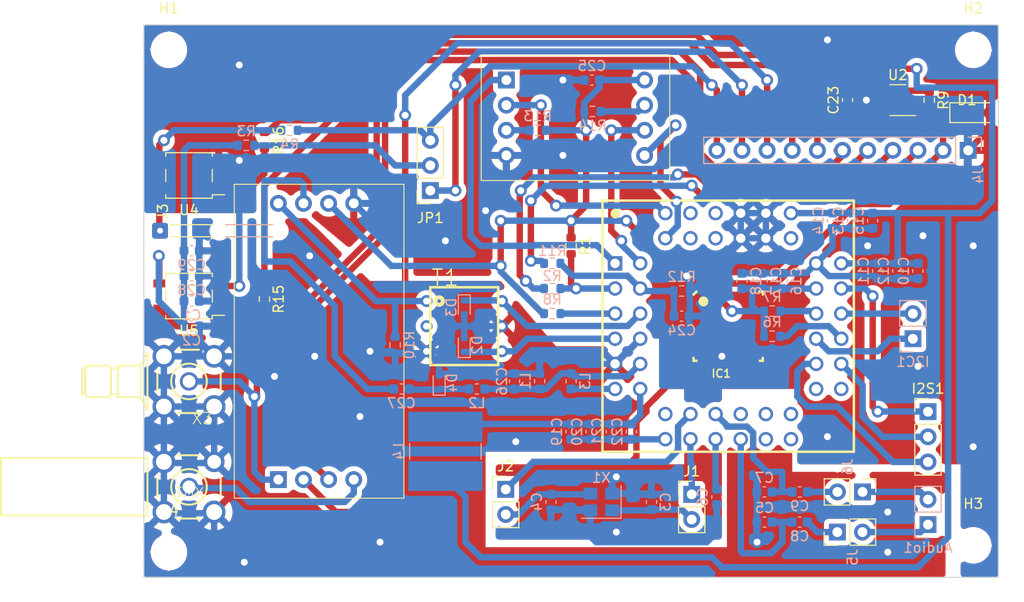
<source format=kicad_pcb>
(kicad_pcb (version 20221018) (generator pcbnew)
  (layers (0 "F.Cu" signal) (31 "B.Cu" signal) (34 "B.Paste" user) (35 "F.Paste" user) (36 "B.SilkS" user "B.Silkscreen") (37 "F.SilkS" user "F.Silkscreen") (38 "B.Mask" user) (39 "F.Mask" user) (44 "Edge.Cuts" user))
  (net 0 "")
  (net 1 "Net-(Audio1-Pin_1)")
  (net 2 "Net-(Audio1-Pin_2)")
  (net 3 "Net-(JP1-C)")
  (net 4 "GNDA")
  (net 5 "GNDD")
  (net 6 "/Audio_R")
  (net 7 "Net-(IC1-DACREF)")
  (net 8 "/Audio_L")
  (net 9 "Net-(J5-Pin_1)")
  (net 10 "Net-(J6-Pin_2)")
  (net 11 "+1V8")
  (net 13 "Net-(IC1-DBYP)")
  (net 14 "+3V3")
  (net 15 "/VA")
  (net 16 "Net-(IC1-ABYP)")
  (net 17 "Net-(IC1-~{RSTB})")
  (net 25 "Net-(IC1-VHFI)")
  (net 26 "/DAB{slash}FM_capacitor")
  (net 27 "Net-(D4-A1)")
  (net 28 "/AMLOOPP")
  (net 29 "/AMLOOPN")
  (net 30 "/I2C_SCL")
  (net 31 "/I2C_SDA")
  (net 32 "/SDOUT")
  (net 33 "/SCLK")
  (net 34 "/LRCLK")
  (net 35 "/NVCS")
  (net 37 "/NVCLK")
  (net 38 "/~{si468x_INTERRUPT}")
  (net 39 "/SMODE=1->i2c")
  (net 40 "Net-(IC1-VHFSW)")
  (net 45 "Net-(IC1-XTALI)")
  (net 46 "Net-(IC1-XTALO)")
  (net 47 "/I2C_A1")
  (net 48 "/I2C_A0")
  (net 49 "/NVSO")
  (net 50 "/NVSI")
  (net 51 "Net-(J1-Pin_2)")
  (net 52 "Net-(J2-Pin_2)")
  (net 53 "Net-(J3-Pin_1)")
  (net 54 "+5VA")
  (net 55 "+12VA")
  (net 56 "Net-(U2-EN)")
  (net 57 "/AM_TRANSFORMET")
  (net 58 "/~{si468x_RESET}")
  (net 59 "Net-(U3-~{WP})")
  (net 60 "Net-(U3-~{HOLD})")
  (net 61 "/si468x_DAB_ANT_PS")
  (net 62 "Net-(R15-Pad2)")
  (net 63 "/si468x_FM{slash}AM_ANT_PS")
  (net 64 "Net-(R16-Pad2)")
  (net 65 "/DAB_SMB")
  (net 66 "/si468x_switchFM")
  (net 67 "/si468x_switchDAB{slash}AM")
  (net 68 "/AM{slash}FM_FAKRA")
  (net 70 "Net-(IC1-~{INTB})")
  (net 71 "Net-(R4-Pad1)")
  (net 72 "Net-(C1-Pad1)")
  (footprint "Connector_PinSocket_2.54mm:PinSocket_1x03_P2.54mm_Vertical" (layer "F.Cu") (at 110.236 95.504 180)
    (fp_text reference "JP1")
    (fp_text value "Jumper_3_Open")
  )
  (footprint "Resistor_SMD:R_0603_1608Metric" (layer "F.Cu") (at 93.472 106.489 -90)
    (fp_text reference "R15")
    (fp_text value "330")
  )
  (footprint "si468xSymbols:BU-SMB-B" (layer "F.Cu") (at 85.852 114.808 180)
    (fp_text reference "X3")
    (fp_text value "BU-SMB-B")
  )
  (footprint "Connector_PinHeader_2.54mm:PinHeader_1x02_P2.54mm_Vertical" (layer "F.Cu") (at 153.916 125.984 -90)
    (fp_text reference "J6")
    (fp_text value "Conn_01x02_Pin")
  )
  (footprint "Package_TO_SOT_SMD:SOT-23-5" (layer "F.Cu") (at 157.48 86.36 180)
    (fp_text reference "U2")
    (fp_text value "AP2204K-1.8")
  )
  (footprint "Resistor_SMD:R_0603_1608Metric" (layer "F.Cu") (at 160.655 86.36 -90)
    (fp_text reference "R9")
    (fp_text value "10k")
  )
  (footprint "si468xSymbols:RF_switch_BreakoutBoard" (layer "F.Cu") (at 98.044 109.474 90)
    (fp_text reference "U1" hide)
    (fp_text value "RF switch brekout" hide)
  )
  (footprint "si468xSymbols:BU-SMB-Fakra" (layer "F.Cu") (at 85.852 125.476 180)
    (fp_text reference "XW1")
    (fp_text value "BU-SMB-Fakra")
  )
  (footprint "si468xSymbols:COILCRAFT-SWBXXXX-PCL" (layer "F.Cu") (at 113.665 109.22)
    (fp_text reference "T1")
    (fp_text value "SWB2010-PCL")
  )
  (footprint "Resistor_SMD:R_0603_1608Metric" (layer "F.Cu") (at 93.472 90.424 -90)
    (fp_text reference "R16")
    (fp_text value "330")
  )
  (footprint "Package_SO:SO-4_4.4x4.3mm_P2.54mm" (layer "F.Cu") (at 85.852 93.98 180)
    (fp_text reference "U4")
    (fp_text value "AB30S")
  )
  (footprint "Connector_PinHeader_2.54mm:PinHeader_1x02_P2.54mm_Vertical" (layer "F.Cu") (at 117.856 125.725)
    (fp_text reference "J2")
    (fp_text value "Conn_01x02_Pin")
  )
  (footprint "Capacitor_SMD:C_0603_1608Metric" (layer "F.Cu") (at 152.4 86.36 90)
    (fp_text reference "C23")
    (fp_text value "2.2uF")
  )
  (footprint "Connector_Wire:SolderWire-0.1sqmm_1x01_D0.4mm_OD1mm_Relief2x" (layer "F.Cu") (at 82.925 99.568 90)
    (fp_text reference "J3")
    (fp_text value "Conn_01x01_Socket")
  )
  (footprint "Connector_PinHeader_2.54mm:PinHeader_1x02_P2.54mm_Vertical" (layer "F.Cu") (at 151.366 130.048 90)
    (fp_text reference "J5")
    (fp_text value "Conn_01x02_Pin")
  )
  (footprint "MountingHole:MountingHole_3.2mm_M3" (layer "F.Cu") (at 83.82 81.28)
    (fp_text reference "H1")
    (fp_text value "MountingHole")
  )
  (footprint "Connector_PinHeader_2.54mm:PinHeader_1x02_P2.54mm_Vertical" (layer "F.Cu") (at 136.652 126.233)
    (fp_text reference "J1")
    (fp_text value "Conn_01x02_Pin")
  )
  (footprint "Diode_SMD:D_SOD-123" (layer "F.Cu") (at 165.1 87.63)
    (fp_text reference "D1")
    (fp_text value "3V9")
  )
  (footprint "Connector_PinHeader_2.54mm:PinHeader_1x03_P2.54mm_Vertical" (layer "F.Cu") (at 160.528 117.871)
    (fp_text reference "I2S1")
    (fp_text value "Conn_01x03")
  )
  (footprint "MountingHole:MountingHole_3.2mm_M3" (layer "F.Cu") (at 83.82 132.08)
    (fp_text reference "H4")
    (fp_text value "MountingHole")
  )
  (footprint "si468xSymbols:sst25vf016b BreakoutBoard" (layer "F.Cu") (at 124.27 88.138)
    (fp_text reference "U3" hide)
    (fp_text value "SSt25VF016B" hide)
  )
  (footprint "MountingHole:MountingHole_3.2mm_M3" (layer "F.Cu") (at 165.1 131.385)
    (fp_text reference "H3")
    (fp_text value "MountingHole")
  )
  (footprint "Package_SO:SO-4_4.4x4.3mm_P2.54mm" (layer "F.Cu") (at 85.852 106.172 180)
    (fp_text reference "U5")
    (fp_text value "AB30S")
  )
  (footprint "MountingHole:MountingHole_3.2mm_M3" (layer "F.Cu") (at 165.1 81.28)
    (fp_text reference "H2")
    (fp_text value "MountingHole")
  )
  (footprint "Resistor_SMD:R_0603_1608Metric" (layer "F.Cu") (at 124.46 101.092 -90)
    (fp_text reference "R1")
    (fp_text value "100k")
  )
  (footprint "si468x:QFN48-BREAKOUT" (layer "F.Cu") (at 140.335 109.22)
    (fp_text reference "IC1")
    (fp_text value "SI468x")
  )
  (footprint "Capacitor_SMD:C_0603_1608Metric" (layer "B.Cu") (at 122.428 127 -90)
    (fp_text reference "C4")
    (fp_text value "n.b.")
  )
  (footprint "Capacitor_SMD:C_0603_1608Metric" (layer "B.Cu") (at 145.796 104.648 90)
    (fp_text reference "C16")
    (fp_text value "1uF")
  )
  (footprint "Capacitor_SMD:C_0603_1608Metric" (layer "B.Cu") (at 155.448 103.632 -90)
    (fp_text reference "C11")
    (fp_text value "2.2nF")
  )
  (footprint "Resistor_SMD:R_0603_1608Metric" (layer "B.Cu") (at 106.68 111.125 90)
    (fp_text reference "R10")
    (fp_text value "49.9")
  )
  (footprint "Capacitor_SMD:C_0603_1608Metric" (layer "B.Cu") (at 150.876 98.552 -90)
    (fp_text reference "C14")
    (fp_text value "2.2nF")
  )
  (footprint "Capacitor_SMD:C_0603_1608Metric" (layer "B.Cu") (at 139.192 126.492 -90)
    (fp_text reference "C6")
    (fp_text value "1uF")
  )
  (footprint "Capacitor_SMD:C_0603_1608Metric" (layer "B.Cu") (at 86.119 101.6)
    (fp_text reference "C29")
    (fp_text value "8.2pF")
  )
  (footprint "Connector_PinHeader_2.54mm:PinHeader_1x02_P2.54mm_Vertical" (layer "B.Cu") (at 160.528 129.291)
    (fp_text reference "Audio1")
    (fp_text value "Conn_01x02")
  )
  (footprint "Inductor_SMD:L_0603_1608Metric" (layer "B.Cu") (at 121.285 114.7825 -90)
    (fp_text reference "L1")
    (fp_text value "120nH")
  )
  (footprint "Capacitor_SMD:C_0603_1608Metric" (layer "B.Cu") (at 144.005 129.032 180)
    (fp_text reference "C5")
    (fp_text value "8.2pF")
  )
  (footprint "Capacitor_SMD:C_0603_1608Metric" (layer "B.Cu") (at 86.119 106.68)
    (fp_text reference "C1")
    (fp_text value "100nF")
  )
  (footprint "Capacitor_SMD:C_0603_1608Metric" (layer "B.Cu") (at 147.561 129.032)
    (fp_text reference "C8")
    (fp_text value "1uF")
  )
  (footprint "Capacitor_SMD:C_0603_1608Metric" (layer "B.Cu") (at 154.94 98.552 -90)
    (fp_text reference "C15")
    (fp_text value "8.2pF")
  )
  (footprint "Resistor_SMD:R_0603_1608Metric" (layer "B.Cu") (at 122.555 105.41)
    (fp_text reference "R2")
    (fp_text value "10k")
  )
  (footprint "Capacitor_SMD:C_0603_1608Metric" (layer "B.Cu") (at 157.48 103.632 -90)
    (fp_text reference "C12")
    (fp_text value "8.2pF")
  )
  (footprint "Capacitor_SMD:C_0603_1608Metric" (layer "B.Cu") (at 135.636 108.204)
    (fp_text reference "C24")
    (fp_text value "100nF")
  )
  (footprint "Capacitor_SMD:C_0603_1608Metric" (layer "B.Cu") (at 130.556 119.888 -90)
    (fp_text reference "C22")
    (fp_text value "100nF")
  )
  (footprint "Capacitor_SMD:C_0603_1608Metric" (layer "B.Cu") (at 86.119 104.14)
    (fp_text reference "C28")
    (fp_text value "2.2nF")
  )
  (footprint "Capacitor_SMD:C_0603_1608Metric" (layer "B.Cu") (at 118.745 114.795 90)
    (fp_text reference "C26")
    (fp_text value "2.7pF")
  )
  (footprint "Resistor_SMD:R_0603_1608Metric" (layer "B.Cu") (at 121.095 89.408 180)
    (fp_text reference "R13")
    (fp_text value "10k")
  )
  (footprint "Resistor_SMD:R_0603_1608Metric" (layer "B.Cu") (at 126.62 87.503)
    (fp_text reference "R14")
    (fp_text value "10k")
  )
  (footprint "Capacitor_SMD:C_0603_1608Metric" (layer "B.Cu") (at 152.908 98.552 -90)
    (fp_text reference "C13")
    (fp_text value "1uF")
  )
  (footprint "Resistor_SMD:R_0603_1608Metric" (layer "B.Cu") (at 96.012 89.408)
    (fp_text reference "R4")
    (fp_text value "160")
  )
  (footprint "Capacitor_SMD:C_0603_1608Metric" (layer "B.Cu") (at 124.46 119.888 -90)
    (fp_text reference "C19")
    (fp_text value "1uF")
  )
  (footprint "Diode_SMD:D_SOD-523" (layer "B.Cu") (at 111.125 114.935 90)
    (fp_text reference "D4")
    (fp_text value "ESD5Z5.0T1G")
  )
  (footprint "Connector_PinHeader_2.54mm:PinHeader_1x02_P2.54mm_Vertical" (layer "B.Cu") (at 159.004 110.495)
    (fp_text reference "I2C1")
    (fp_text value "Conn_01x02_Pin")
  )
  (footprint "Inductor_SMD:L_Ferrocore_DLG-0703" (layer "B.Cu") (at 111.76 121.88 -90)
    (fp_text reference "L4")
    (fp_text value "82uH")
  )
  (footprint "Resistor_SMD:R_0603_1608Metric" (layer "B.Cu") (at 135.636 105.664 180)
    (fp_text reference "R12")
    (fp_text value "100k")
  )
  (footprint "Capacitor_SMD:C_0603_1608Metric" (layer "B.Cu") (at 141.732 104.648 90)
    (fp_text reference "C18")
    (fp_text value "8.2pF")
  )
  (footprint "Capacitor_SMD:C_0603_1608Metric" (layer "B.Cu") (at 128.524 119.888 -90)
    (fp_text reference "C21")
    (fp_text value "8.2pF")
  )
  (footprint "Inductor_SMD:L_0603_1608Metric" (layer "B.Cu") (at 124.46 114.7825 90)
    (fp_text reference "L3")
    (fp_text value "22nH")
  )
  (footprint "Capacitor_SMD:C_0603_1608Metric" (layer "B.Cu") (at 86.119 109.22)
    (fp_text reference "C2")
    (fp_text value "1uF")
  )
  (footprint "Capacitor_SMD:C_0603_1608Metric" (layer "B.Cu") (at 147.561 125.984)
    (fp_text reference "C9")
    (fp_text value "1uF")
  )
  (footprint "Capacitor_SMD:C_0603_1608Metric" (layer "B.Cu") (at 126.57 84.328 180)
    (fp_text reference "C25")
    (fp_text value "100nF")
  )
  (footprint "Resistor_SMD:R_0603_1608Metric" (layer "B.Cu") (at 144.78 107.696 180)
    (fp_text reference "R7")
    (fp_text value "10k")
  )
  (footprint "Capacitor_SMD:C_0603_1608Metric" (layer "B.Cu") (at 159.512 103.632 -90)
    (fp_text reference "C10")
    (fp_text value "1uF")
  )
  (footprint "Diode_SMD:D_SOD-523" (layer "B.Cu") (at 113.665 107.315 -90)
    (fp_text reference "D3")
    (fp_text value "ESD5Z5.0T1G")
  )
  (footprint "Capacitor_SMD:C_0603_1608Metric" (layer "B.Cu") (at 107.315 115.57)
    (fp_text reference "C27")
    (fp_text value "33pF")
  )
  (footprint "Capacitor_SMD:C_0603_1608Metric" (layer "B.Cu") (at 132.588 127 90)
    (fp_text reference "C3")
    (fp_text value "n.b.")
  )
  (footprint "Capacitor_SMD:C_0603_1608Metric" (layer "B.Cu") (at 144.005 125.984 180)
    (fp_text reference "C7")
    (fp_text value "8.2pF")
  )
  (footprint "Capacitor_SMD:C_0603_1608Metric" (layer "B.Cu") (at 126.492 119.888 -90)
    (fp_text reference "C20")
    (fp_text value "2.2nF")
  )
  (footprint "Resistor_SMD:R_0603_1608Metric" (layer "B.Cu") (at 144.78 110.236 180)
    (fp_text reference "R6")
    (fp_text value "10k")
  )
  (footprint "Resistor_SMD:R_0603_1608Metric" (layer "B.Cu") (at 122.555 107.95 180)
    (fp_text reference "R8")
    (fp_text value "10k")
  )
  (footprint "Connector_PinSocket_2.54mm:PinSocket_1x11_P2.54mm_Vertical" (layer "B.Cu") (at 164.592 91.44 90)
    (fp_text reference "J4")
    (fp_text value "Conn_01x11_Pin")
  )
  (footprint "Diode_SMD:D_SOD-523" (layer "B.Cu") (at 113.665 111.125 90)
    (fp_text reference "D2")
    (fp_text value "ESD5Z5.0T1G")
  )
  (footprint "Inductor_SMD:L_0603_1608Metric" (layer "B.Cu") (at 114.935 115.57)
    (fp_text reference "L2")
    (fp_text value "18nH")
  )
  (footprint "Crystal:Crystal_SMD_Abracon_ABM8G-4Pin_3.2x2.5mm" (layer "B.Cu") (at 127.508 127 180)
    (fp_text reference "X1")
    (fp_text value "19.2MHz")
  )
  (footprint "Resistor_SMD:R_0603_1608Metric" (layer "B.Cu") (at 91.631 90.932 180)
    (fp_text reference "R3")
    (fp_text value "160")
  )
  (footprint "Capacitor_SMD:C_0603_1608Metric" (layer "B.Cu") (at 143.764 104.648 90)
    (fp_text reference "C17")
    (fp_text value "2.2nF")
  )
  (footprint "Resistor_SMD:R_0603_1608Metric" (layer "B.Cu") (at 122.555 102.87)
    (fp_text reference "R11")
    (fp_text value "10k")
  )
  (gr_line (start 167.64 134.62) (end 81.28 134.62) (stroke (width 0.1)) (layer "Edge.Cuts"))
  (gr_line (start 81.28 78.74) (end 167.64 78.74) (stroke (width 0.1)) (layer "Edge.Cuts"))
  (gr_line (start 81.28 134.62) (end 81.28 78.74) (stroke (width 0.1)) (layer "Edge.Cuts"))
  (gr_line (start 167.64 78.74) (end 167.64 134.62) (stroke (width 0.1)) (layer "Edge.Cuts"))
  (segment (start 159.771 130.048) (end 160.528 129.291) (width 0.65) (layer "B.Cu") (net 1))
  (segment (start 153.906 130.048) (end 159.771 130.048) (width 0.65) (layer "B.Cu") (net 1))
  (segment (start 159.761 125.984) (end 160.528 126.751) (width 0.65) (layer "B.Cu") (net 2))
  (segment (start 153.916 125.984) (end 159.761 125.984) (width 0.65) (layer "B.Cu") (net 2))
  (segment (start 106.68 92.964) (end 110.236 92.964) (width 0.65) (layer "B.Cu") (net 3))
  (segment (start 104.648 90.932) (end 92.456 90.932) (width 0.65) (layer "B.Cu") (net 3))
  (segment (start 104.648 90.932) (end 106.68 92.964) (width 0.65) (layer "B.Cu") (net 3))
  (segment (start 103.632 112.268) (end 104.14 111.76) (width 0.65) (layer "F.Cu") (net 4))
  (segment (start 107.696 108.204) (end 104.14 111.76) (width 0.65) (layer "F.Cu") (net 4))
  (segment (start 144.272 84.328) (end 144.272 91.44) (width 0.65) (layer "F.Cu") (net 4))
  (segment (start 98.552 112.268) (end 103.632 112.268) (width 0.65) (layer "F.Cu") (net 4))
  (segment (start 141.224 133.096) (end 91.44 133.096) (width 0.65) (layer "F.Cu") (net 4))
  (segment (start 143.256 131.064) (end 141.224 133.096) (width 0.65) (layer "F.Cu") (net 4))
  (segment (start 107.696 87.884) (end 107.696 108.204) (width 0.65) (layer "F.Cu") (net 4))
  (via (at 94.488 114.3) (size 1.2) (drill 0.7) (layers "F.Cu" "B.Cu") (net 4))
  (via (at 144.272 84.328) (size 1.2) (drill 0.7) (layers "F.Cu" "B.Cu") (net 4))
  (via (at 156.464 132.08) (size 1.2) (drill 0.7) (layers "F.Cu" "B.Cu") (net 4))
  (via (at 143.256 131.064) (size 1.2) (drill 0.7) (layers "F.Cu" "B.Cu") (net 4))
  (via (at 104.14 111.76) (size 1.2) (drill 0.7) (layers "F.Cu" "B.Cu") (net 4))
  (via (at 105.156 131.064) (size 1.2) (drill 0.7) (layers "F.Cu" "B.Cu") (net 4))
  (via (at 98.044 102.108) (size 1.2) (drill 0.7) (layers "F.Cu" "B.Cu") (net 4))
  (via (at 103.124 118.364) (size 1.2) (drill 0.7) (layers "F.Cu" "B.Cu") (net 4))
  (via (at 156.464 128.016) (size 1.2) (drill 0.7) (layers "F.Cu" "B.Cu") (net 4))
  (via (at 98.552 112.268) (size 1.2) (drill 0.7) (layers "F.Cu" "B.Cu") (net 4))
  (via (at 107.696 87.884) (size 1.2) (drill 0.7) (layers "F.Cu" "B.Cu") (net 4))
  (via (at 118.872 120.904) (size 1.2) (drill 0.7) (layers "F.Cu" "B.Cu") (net 4))
  (via (at 91.44 133.096) (size 1.2) (drill 0.7) (layers "F.Cu" "B.Cu") (net 4))
  (segment (start 86.894 101.6) (end 86.894 104.14) (width 0.65) (layer "B.Cu") (net 4))
  (segment (start 111.34 114.02) (end 111.125 114.235) (width 0.65) (layer "B.Cu") (net 4))
  (segment (start 121.285 112.395) (end 121.285 113.995) (width 0.65) (layer "B.Cu") (net 4))
  (segment (start 111.125 114.235) (end 111.125 111.76) (width 0.65) (layer "B.Cu") (net 4))
  (segment (start 126.365 112.395) (end 121.285 112.395) (width 0.65) (layer "B.Cu") (net 4))
  (segment (start 113.665 109.22) (end 113.665 110.425) (width 0.65) (layer "B.Cu") (net 4))
  (segment (start 88.392 112.268) (end 86.868 112.268) (width 0.65) (layer "B.Cu") (net 4))
  (segment (start 128.905 113.03) (end 127 113.03) (width 0.65) (layer "B.Cu") (net 4))
  (segment (start 83.312 128.143) (end 88.392 128.143) (width 0.65) (layer "B.Cu") (net 4))
  (segment (start 143.23 129.032) (end 143.23 125.984) (width 0.65) (layer "B.Cu") (net 4))
  (segment (start 107.696 85.852001) (end 107.696 87.884) (width 0.65) (layer "B.Cu") (net 4))
  (segment (start 127 113.03) (end 126.365 112.395) (width 0.65) (layer "B.Cu") (net 4))
  (segment (start 112.935001 80.613) (end 107.696 85.852001) (width 0.65) (layer "B.Cu") (net 4))
  (segment (start 86.894 109.22) (end 86.894 112.242) (width 0.65) (layer "B.Cu") (net 4))
  (segment (start 83.312 117.348) (end 83.312 123.063) (width 0.65) (layer "B.Cu") (net 4))
  (segment (start 109.855 111.76) (end 111.125 111.76) (width 0.65) (layer "B.Cu") (net 4))
  (segment (start 83.312 117.348) (end 88.392 117.348) (width 0.65) (layer "B.Cu") (net 4))
  (segment (start 109.665 111.95) (end 109.855 111.76) (width 0.65) (layer "B.Cu") (net 4))
  (segment (start 86.868 112.268) (end 83.312 112.268) (width 0.65) (layer "B.Cu") (net 4))
  (segment (start 143.23 129.032) (end 143.23 131.038) (width 0.65) (layer "B.Cu") (net 4))
  (segment (start 86.894 112.242) (end 86.868 112.268) (width 0.65) (layer "B.Cu") (net 4))
  (segment (start 111.125 111.76) (end 112.395 110.49) (width 0.65) (layer "B.Cu") (net 4))
  (segment (start 104.14 111.76) (end 106.49 111.76) (width 0.65) (layer "B.Cu") (net 4))
  (segment (start 131.445 110.49) (end 128.905 113.03) (width 0.65) (layer "B.Cu") (net 4))
  (segment (start 121.26 114.02) (end 121.285 113.995) (width 0.65) (layer "B.Cu") (net 4))
  (segment (start 140.557 80.613) (end 144.272 84.328) (width 0.65) (layer "B.Cu") (net 4))
  (segment (start 113.665 108.015) (end 113.665 109.22) (width 0.65) (layer "B.Cu") (net 4))
  (segment (start 88.392 130.048) (end 91.44 133.096) (width 0.65) (layer "B.Cu") (net 4))
  (segment (start 83.312 128.143) (end 83.312 123.063) (width 0.65) (layer "B.Cu") (net 4))
  (segment (start 117.475 109.22) (end 115.57 109.22) (width 0.65) (layer "B.Cu") (net 4))
  (segment (start 112.395 109.22) (end 113.665 109.22) (width 0.65) (layer "B.Cu") (net 4))
  (segment (start 133.445 80.613) (end 112.935001 80.613) (width 0.65) (layer "B.Cu") (net 4))
  (segment (start 112.395 110.49) (end 112.395 109.22) (width 0.65) (layer "B.Cu") (net 4))
  (segment (start 86.894 104.14) (end 86.894 106.68) (width 0.65) (layer "B.Cu") (net 4))
  (segment (start 143.23 131.038) (end 143.256 131.064) (width 0.65) (layer "B.Cu") (net 4))
  (segment (start 88.392 112.268) (end 98.552 112.268) (width 0.65) (layer "B.Cu") (net 4))
  (segment (start 118.745 114.02) (end 111.34 114.02) (width 0.65) (layer "B.Cu") (net 4))
  (segment (start 118.745 114.02) (end 121.26 114.02) (width 0.65) (layer "B.Cu") (net 4))
  (segment (start 133.445 80.613) (end 140.557 80.613) (width 0.65) (layer "B.Cu") (net 4))
  (segment (start 88.392 123.063) (end 83.312 123.063) (width 0.65) (layer "B.Cu") (net 4))
  (segment (start 83.312 117.348) (end 83.312 112.268) (width 0.65) (layer "B.Cu") (net 4))
  (segment (start 88.392 123.063) (end 88.392 117.348) (width 0.65) (layer "B.Cu") (net 4))
  (segment (start 115.57 109.22) (end 113.665 109.22) (width 0.65) (layer "B.Cu") (net 4))
  (segment (start 88.392 128.143) (end 88.392 130.048) (width 0.65) (layer "B.Cu") (net 4))
  (segment (start 106.49 111.76) (end 106.68 111.95) (width 0.65) (layer "B.Cu") (net 4))
  (segment (start 106.68 111.95) (end 109.665 111.95) (width 0.65) (layer "B.Cu") (net 4))
  (segment (start 129.032 124.46) (end 129.032 130.048) (width 0.65) (layer "F.Cu") (net 5))
  (segment (start 115.824 97.536) (end 114.808 97.536) (width 0.65) (layer "F.Cu") (net 5))
  (segment (start 131.064 122.428) (end 129.032 124.46) (width 0.65) (layer "F.Cu") (net 5))
  (segment (start 132.08 117.856) (end 131.064 118.872) (width 0.65) (layer "F.Cu") (net 5))
  (segment (start 90.932 105.156) (end 89.106 105.156) (width 0.65) (layer "F.Cu") (net 5))
  (segment (start 90.678 92.71) (end 90.932 92.456) (width 0.65) (layer "F.Cu") (net 5))
  (segment (start 123.635 91.948008) (end 123.635 84.328) (width 0.65) (layer "F.Cu") (net 5))
  (segment (start 89.106 105.156) (end 88.852 104.902) (width 0.65) (layer "F.Cu") (net 5))
  (segment (start 136.144 104.14) (end 136.144 113.284) (width 0.65) (layer "F.Cu") (net 5))
  (segment (start 164.592 91.44) (end 166.75 89.282) (width 0.65) (layer "F.Cu") (net 5))
  (segment (start 166.75 89.282) (end 166.75 87.63) (width 0.65) (layer "F.Cu") (net 5))
  (segment (start 88.852 92.71) (end 90.678 92.71) (width 0.65) (layer "F.Cu") (net 5))
  (segment (start 114.808 97.536) (end 111.76 100.584) (width 0.65) (layer "F.Cu") (net 5))
  (segment (start 132.08 117.348) (end 132.08 117.856) (width 0.65) (layer "F.Cu") (net 5))
  (segment (start 136.144 113.284) (end 132.08 117.348) (width 0.65) (layer "F.Cu") (net 5))
  (segment (start 152.4 85.585) (end 153.53 85.585) (width 0.65) (layer "F.Cu") (net 5))
  (segment (start 131.064 118.872) (end 131.064 122.428) (width 0.65) (layer "F.Cu") (net 5))
  (segment (start 153.53 85.585) (end 154.305 86.36) (width 0.65) (layer "F.Cu") (net 5))
  (segment (start 158.6175 86.36) (end 154.305 86.36) (width 0.65) (layer "F.Cu") (net 5))
  (via (at 150.368 80.264) (size 1.2) (drill 0.7) (layers "F.Cu" "B.Cu") (net 5))
  (via (at 123.635 91.948008) (size 1.2) (drill 0.7) (layers "F.Cu" "B.Cu") (net 5))
  (via (at 160.02 100.076) (size 1.2) (drill 0.7) (layers "F.Cu" "B.Cu") (net 5))
  (via (at 139.7 112.268) (size 1.2) (drill 0.7) (layers "F.Cu" "B.Cu") (net 5))
  (via (at 165.1 101.092) (size 1.2) (drill 0.7) (layers "F.Cu" "B.Cu") (net 5))
  (via (at 159.512 113.284) (size 1.2) (drill 0.7) (layers "F.Cu" "B.Cu") (net 5))
  (via (at 165.1 121.412) (size 1.2) (drill 0.7) (layers "F.Cu" "B.Cu") (net 5))
  (via (at 136.144 104.14) (size 1.2) (drill 0.7) (layers "F.Cu" "B.Cu") (net 5))
  (via (at 129.032 124.46) (size 1.2) (drill 0.7) (layers "F.Cu" "B.Cu") (net 5))
  (via (at 123.635 84.328) (size 1.2) (drill 0.7) (layers "F.Cu" "B.Cu") (net 5))
  (via (at 150.368 120.396) (size 1.2) (drill 0.7) (layers "F.Cu" "B.Cu") (net 5))
  (via (at 90.932 92.456) (size 1.2) (drill 0.7) (layers "F.Cu" "B.Cu") (net 5))
  (via (at 129.032 130.048) (size 1.2) (drill 0.7) (layers "F.Cu" "B.Cu") (net 5))
  (via (at 111.76 100.584) (size 1.2) (drill 0.7) (layers "F.Cu" "B.Cu") (net 5))
  (via (at 90.932 105.156) (size 1.2) (drill 0.7) (layers "F.Cu" "B.Cu") (net 5))
  (via (at 115.824 97.536) (size 1.2) (drill 0.7) (layers "F.Cu" "B.Cu") (net 5))
  (via (at 154.432 101.092) (size 1.2) (drill 0.7) (layers "F.Cu" "B.Cu") (net 5))
  (via (at 90.932 82.804) (size 1.2) (drill 0.7) (layers "F.Cu" "B.Cu") (net 5))
  (via (at 154.305 86.36) (size 1.2) (drill 0.7) (layers "F.Cu" "B.Cu") (net 5))
  (segment (start 117.92 95.44) (end 115.824 97.536) (width 0.65) (layer "B.Cu") (net 5))
  (segment (start 127 131.064) (end 126.408 130.472) (width 0.65) (layer "B.Cu") (net 5))
  (segment (start 123.635 91.948008) (end 125.009992 93.323) (width 0.65) (layer "B.Cu") (net 5))
  (segment (start 141.605 100.711) (end 141.605 100.33) (width 0.65) (layer "B.Cu") (net 5))
  (segment (start 141.605 97.79) (end 144.145 97.79) (width 0.65) (layer "B.Cu") (net 5))
  (segment (start 129.032 130.048) (end 129.032 131.064) (width 0.65) (layer "B.Cu") (net 5))
  (segment (start 122.428 127.775) (end 126.333 127.775) (width 0.65) (layer "B.Cu") (net 5))
  (segment (start 139.192 130.048) (end 138.176 131.064) (width 0.65) (layer "B.Cu") (net 5))
  (segment (start 154.305 86.36) (end 154.305 88.9) (width 0.65) (layer "B.Cu") (net 5))
  (segment (start 126.333 127.775) (end 126.408 127.85) (width 0.65) (layer "B.Cu") (net 5))
  (segment (start 141.605 97.79) (end 141.605 100.33) (width 0.65) (layer "B.Cu") (net 5))
  (segment (start 139.192 127.267) (end 139.192 130.048) (width 0.65) (layer "B.Cu") (net 5))
  (segment (start 128.608 124.884) (end 129.032 124.46) (width 0.65) (layer "B.Cu") (net 5))
  (segment (start 117.92 91.948) (end 123.634992 91.948) (width 0.65) (layer "B.Cu") (net 5))
  (segment (start 111.76 100.584) (end 106.284 100.584) (width 0.65) (layer "B.Cu") (net 5))
  (segment (start 100.584 92.456) (end 90.932 92.456) (width 0.65) (layer "B.Cu") (net 5))
  (segment (start 123.634992 91.948) (end 123.635 91.948008) (width 0.65) (layer "B.Cu") (net 5))
  (segment (start 117.92 91.948) (end 117.92 95.44) (width 0.65) (layer "B.Cu") (net 5))
  (segment (start 125.795 84.328) (end 123.635 84.328) (width 0.65) (layer "B.Cu") (net 5))
  (segment (start 136.144 104.14) (end 138.176 104.14) (width 0.65) (layer "B.Cu") (net 5))
  (segment (start 138.176 131.064) (end 129.032 131.064) (width 0.65) (layer "B.Cu") (net 5))
  (segment (start 138.43 94.615) (end 141.605 97.79) (width 0.65) (layer "B.Cu") (net 5))
  (segment (start 164.465 89.535) (end 164.465 94.615) (width 0.65) (layer "B.Cu") (net 5))
  (segment (start 164.465 94.615) (end 138.43 94.615) (width 0.65) (layer "B.Cu") (net 5))
  (segment (start 133.449836 92.746) (end 136.561 92.746) (width 0.65) (layer "B.Cu") (net 5))
  (segment (start 136.652 105.664) (end 138.176 104.14) (width 0.65) (layer "B.Cu") (net 5))
  (segment (start 126.408 129.456) (end 126.408 127.85) (width 0.65) (layer "B.Cu") (net 5))
  (segment (start 136.461 108.154) (end 136.411 108.204) (width 0.65) (layer "B.Cu") (net 5))
  (segment (start 106.284 100.584) (end 102.499 96.799) (width 0.65) (layer "B.Cu") (net 5))
  (segment (start 132.513 126.15) (end 132.588 126.225) (width 0.65) (layer "B.Cu") (net 5))
  (segment (start 154.305 88.9) (end 163.83 88.9) (width 0.65) (layer "B.Cu") (net 5))
  (segment (start 163.83 88.9) (end 164.465 89.535) (width 0.65) (layer "B.Cu") (net 5))
  (segment (start 136.561 92.746) (end 138.43 94.615) (width 0.65) (layer "B.Cu") (net 5))
  (segment (start 128.608 126.15) (end 128.608 124.884) (width 0.65) (layer "B.Cu") (net 5))
  (segment (start 141.605 100.33) (end 144.145 100.33) (width 0.65) (layer "B.Cu") (net 5))
  (segment (start 128.608 126.15) (end 132.513 126.15) (width 0.65) (layer "B.Cu") (net 5))
  (segment (start 129.032 131.064) (end 127 131.064) (width 0.65) (layer "B.Cu") (net 5))
  (segment (start 132.872836 93.323) (end 133.449836 92.746) (width 0.65) (layer "B.Cu") (net 5))
  (segment (start 138.176 104.14) (end 141.605 100.711) (width 0.65) (layer "B.Cu") (net 5))
  (segment (start 125.009992 93.323) (end 132.872836 93.323) (width 0.65) (layer "B.Cu") (net 5))
  (segment (start 136.461 105.664) (end 136.461 108.154) (width 0.65) (layer "B.Cu") (net 5))
  (segment (start 126.408 130.472) (end 126.408 129.456) (width 0.65) (layer "B.Cu") (net 5))
  (segment (start 102.499 96.799) (end 102.499 94.371) (width 0.65) (layer "B.Cu") (net 5))
  (segment (start 144.145 100.33) (end 144.145 97.79) (width 0.65) (layer "B.Cu") (net 5))
  (segment (start 136.461 105.664) (end 136.652 105.664) (width 0.65) (layer "B.Cu") (net 5))
  (segment (start 90.932 92.456) (end 90.932 105.156) (width 0.65) (layer "B.Cu") (net 5))
  (segment (start 102.499 94.371) (end 100.584 92.456) (width 0.65) (layer "B.Cu") (net 5))
  (segment (start 145.796 131.064) (end 145.796 129.032) (width 0.65) (layer "B.Cu") (net 6))
  (segment (start 141.605 131.953) (end 141.841 132.189) (width 0.65) (layer "B.Cu") (net 6))
  (segment (start 141.605 120.65) (end 141.605 131.953) (width 0.65) (layer "B.Cu") (net 6))
  (segment (start 144.671 132.189) (end 145.796 131.064) (width 0.65) (layer "B.Cu") (net 6))
  (segment (start 141.841 132.189) (end 144.671 132.189) (width 0.65) (layer "B.Cu") (net 6))
  (segment (start 146.786 129.032) (end 145.796 129.032) (width 0.65) (layer "B.Cu") (net 6))
  (segment (start 145.796 129.032) (end 144.78 129.032) (width 0.65) (layer "B.Cu") (net 6))
  (segment (start 139.065 120.65) (end 139.065 125.59) (width 0.65) (layer "B.Cu") (net 7))
  (segment (start 139.065 125.59) (end 139.192 125.717) (width 0.65) (layer "B.Cu") (net 7))
  (segment (start 142.859 122.539) (end 144.272 123.952) (width 0.65) (layer "B.Cu") (net 8))
  (segment (start 145.796 125.984) (end 146.786 125.984) (width 0.65) (layer "B.Cu") (net 8))
  (segment (start 145.796 123.952) (end 145.796 125.984) (width 0.65) (layer "B.Cu") (net 8))
  (segment (start 144.272 123.952) (end 145.796 123.952) (width 0.65) (layer "B.Cu") (net 8))
  (segment (start 144.78 125.984) (end 145.796 125.984) (width 0.65) (layer "B.Cu") (net 8))
  (segment (start 142.859 119.999) (end 142.859 122.539) (width 0.65) (layer "B.Cu") (net 8))
  (segment (start 142.24 119.38) (end 142.859 119.999) (width 0.65) (layer "B.Cu") (net 8))
  (segment (start 139.065 118.11) (end 140.208 119.253) (width 0.65) (layer "B.Cu") (net 8))
  (segment (start 140.208 119.253) (end 140.208 119.38) (width 0.65) (layer "B.Cu") (net 8))
  (segment (start 140.208 119.38) (end 142.24 119.38) (width 0.65) (layer "B.Cu") (net 8))
  (segment (start 149.352 130.048) (end 151.366 130.048) (width 0.65) (layer "B.Cu") (net 9))
  (segment (start 148.336 129.032) (end 149.352 130.048) (width 0.65) (layer "B.Cu") (net 9))
  (segment (start 148.336 125.984) (end 151.376 125.984) (width 0.65) (layer "B.Cu") (net 10))
  (segment (start 152.4 87.63) (end 152.4 88.265) (width 0.65) (layer "F.Cu") (net 11))
  (segment (start 151.765 86.995) (end 151.13 86.995) (width 0.65) (layer "F.Cu") (net 11))
  (segment (start 151.13 86.995) (end 151.13 83.185) (width 0.65) (layer "F.Cu") (net 11))
  (segment (start 152.4 87.135) (end 152.4 87.63) (width 0.65) (layer "F.Cu") (net 11))
  (segment (start 156.21 88.265) (end 156.21 87.4425) (width 0.65) (layer "F.Cu") (net 11))
  (segment (start 156.21 87.4425) (end 156.3425 87.31) (width 0.65) (layer "F.Cu") (net 11))
  (segment (start 152.4 87.63) (end 151.765 86.995) (width 0.65) (layer "F.Cu") (net 11))
  (segment (start 151.13 83.185) (end 159.385 83.185) (width 0.65) (layer "F.Cu") (net 11))
  (segment (start 152.4 88.265) (end 156.21 88.265) (width 0.65) (layer "F.Cu") (net 11))
  (via (at 159.385 83.185) (size 1.2) (drill 0.7) (layers "F.Cu" "B.Cu") (net 11))
  (segment (start 167.005 85.09) (end 159.385 85.09) (width 0.65) (layer "B.Cu") (net 11))
  (segment (start 146.685 97.79) (end 148.844 97.79) (width 0.65) (layer "B.Cu") (net 11))
  (segment (start 159.499 102.87) (end 159.512 102.857) (width 0.65) (layer "B.Cu") (net 11))
  (segment (start 167.005 96.52) (end 167.005 85.09) (width 0.65) (layer "B.Cu") (net 11))
  (segment (start 154.927 97.79) (end 154.94 97.777) (width 0.65) (layer "B.Cu") (net 11))
  (segment (start 148.857 97.777) (end 148.844 97.79) (width 0.65) (layer "B.Cu") (net 11))
  (segment (start 154.94 97.777) (end 152.908 97.777) (width 0.65) (layer "B.Cu") (net 11))
  (segment (start 113.792 126.492) (end 111.76 124.46) (width 0.65) (layer "B.Cu") (net 11))
  (segment (start 113.792 131.064) (end 113.792 126.492) (width 0.65) (layer "B.Cu") (net 11))
  (segment (start 138.684 132.588) (end 115.316 132.588) (width 0.65) (layer "B.Cu") (net 11))
  (segment (start 150.876 97.777) (end 148.857 97.777) (width 0.65) (layer "B.Cu") (net 11))
  (segment (start 157.48 97.79) (end 162.56 97.79) (width 0.65) (layer "B.Cu") (net 11))
  (segment (start 111.76 124.46) (end 111.76 124.38) (width 0.65) (layer "B.Cu") (net 11))
  (segment (start 139.7 133.604) (end 138.684 132.588) (width 0.65) (layer "B.Cu") (net 11))
  (segment (start 151.765 102.87) (end 159.499 102.87) (width 0.65) (layer "B.Cu") (net 11))
  (segment (start 159.385 85.09) (end 159.385 83.185) (width 0.65) (layer "B.Cu") (net 11))
  (segment (start 157.467 97.777) (end 157.48 97.79) (width 0.65) (layer "B.Cu") (net 11))
  (segment (start 154.94 97.777) (end 157.467 97.777) (width 0.65) (layer "B.Cu") (net 11))
  (segment (start 162.56 97.79) (end 162.56 130.556) (width 0.65) (layer "B.Cu") (net 11))
  (segment (start 162.56 97.79) (end 165.735 97.79) (width 0.65) (layer "B.Cu") (net 11))
  (segment (start 152.908 97.777) (end 150.876 97.777) (width 0.65) (layer "B.Cu") (net 11))
  (segment (start 115.316 132.588) (end 113.792 131.064) (width 0.65) (layer "B.Cu") (net 11))
  (segment (start 162.56 130.556) (end 159.512 133.604) (width 0.65) (layer "B.Cu") (net 11))
  (segment (start 165.735 97.79) (end 167.005 96.52) (width 0.65) (layer "B.Cu") (net 11))
  (segment (start 157.48 102.857) (end 157.48 97.79) (width 0.65) (layer "B.Cu") (net 11))
  (segment (start 159.512 133.604) (end 139.7 133.604) (width 0.65) (layer "B.Cu") (net 11))
  (segment (start 155.448 104.407) (end 155.197 104.156) (width 0.65) (layer "B.Cu") (net 13))
  (segment (start 141.732 103.873) (end 143.764 103.873) (width 0.65) (layer "B.Cu") (net 13))
  (segment (start 145.796 103.873) (end 148.222 103.873) (width 0.65) (layer "B.Cu") (net 13))
  (segment (start 150.876 99.327) (end 154.94 99.327) (width 0.65) (layer "B.Cu") (net 13))
  (segment (start 149.225 102.87) (end 150.876 101.219) (width 0.65) (layer "B.Cu") (net 13))
  (segment (start 148.222 103.873) (end 149.225 102.87) (width 0.65) (layer "B.Cu") (net 13))
  (segment (start 143.764 103.873) (end 145.796 103.873) (width 0.65) (layer "B.Cu") (net 13))
  (segment (start 150.511 104.156) (end 149.225 102.87) (width 0.65) (layer "B.Cu") (net 13))
  (segment (start 155.197 104.156) (end 150.511 104.156) (width 0.65) (layer "B.Cu") (net 13))
  (segment (start 150.876 101.219) (end 150.876 99.327) (width 0.65) (layer "B.Cu") (net 13))
  (segment (start 159.512 104.407) (end 155.448 104.407) (width 0.65) (layer "B.Cu") (net 13))
  (segment (start 153.251372 96.870004) (end 156.621996 96.870004) (width 0.65) (layer "F.Cu") (net 14))
  (segment (start 117.348 102.108) (end 117.348 98.552) (width 0.65) (layer "F.Cu") (net 14))
  (segment (start 125.984 97.028) (end 125.984 93.472) (width 0.65) (layer "F.Cu") (net 14))
  (segment (start 124.46 98.552) (end 125.984 97.028) (width 0.65) (layer "F.Cu") (net 14))
  (segment (start 162.052 89.028) (end 163.45 87.63) (width 0.65) (layer "F.Cu") (net 14))
  (segment (start 163.13 87.31) (end 163.45 87.63) (width 0.65) (layer "F.Cu") (net 14))
  (segment (start 124.46 100.267) (end 124.46 98.552) (width 0.65) (layer "F.Cu") (net 14))
  (segment (start 138.684 102.616) (end 134.112 102.616) (width 0.65) (layer "F.Cu") (net 14))
  (segment (start 117.348 102.108) (end 117.348 103.124) (width 0.65) (layer "F.Cu") (net 14))
  (segment (start 139.192 106.172) (end 139.192 104.902) (width 0.65) (layer "F.Cu") (net 14))
  (segment (start 140.716 107.696) (end 139.192 106.172) (width 0.65) (layer "F.Cu") (net 14))
  (segment (start 156.621996 96.870004) (end 162.052 91.44) (width 0.65) (layer "F.Cu") (net 14))
  (segment (start 139.192 104.902) (end 139.192 103.124) (width 0.65) (layer "F.Cu") (net 14))
  (segment (start 145.219376 104.902) (end 153.251372 96.870004) (width 0.65) (layer "F.Cu") (net 14))
  (segment (start 158.6175 87.31) (end 163.13 87.31) (width 0.65) (layer "F.Cu") (net 14))
  (segment (start 139.192 104.902) (end 145.219376 104.902) (width 0.65) (layer "F.Cu") (net 14))
  (segment (start 162.052 91.44) (end 162.052 89.028) (width 0.65) (layer "F.Cu") (net 14))
  (segment (start 139.192 103.124) (end 138.684 102.616) (width 0.65) (layer "F.Cu") (net 14))
  (segment (start 134.112 102.616) (end 130.048 98.552) (width 0.65) (layer "F.Cu") (net 14))
  (segment (start 125.984 93.472) (end 125.984 89.408) (width 0.65) (layer "F.Cu") (net 14))
  (via (at 125.984 89.408) (size 1.2) (drill 0.7) (layers "F.Cu" "B.Cu") (net 14))
  (via (at 124.46 98.552) (size 1.2) (drill 0.7) (layers "F.Cu" "B.Cu") (net 14))
  (via (at 117.348 103.124) (size 1.2) (drill 0.7) (layers "F.Cu" "B.Cu") (net 14))
  (via (at 140.716 107.696) (size 1.2) (drill 0.7) (layers "F.Cu" "B.Cu") (net 14))
  (via (at 117.348 98.552) (size 1.2) (drill 0.7) (layers "F.Cu" "B.Cu") (net 14))
  (via (at 130.048 98.552) (size 1.2) (drill 0.7) (layers "F.Cu" "B.Cu") (net 14))
  (segment (start 106.284 103.124) (end 117.348 103.124) (width 0.65) (layer "B.Cu") (net 14))
  (segment (start 149.212 105.423) (end 149.225 105.41) (width 0.65) (layer "B.Cu") (net 14))
  (segment (start 125.795 86.613) (end 127.345 85.063) (width 0.65) (layer "B.Cu") (net 14))
  (segment (start 141.732 105.423) (end 142.748 105.423) (width 0.65) (layer "B.Cu") (net 14))
  (segment (start 127.345 85.063) (end 127.345 84.328) (width 0.65) (layer "B.Cu") (net 14))
  (segment (start 143.955 107.696) (end 143.256 107.696) (width 0.65) (layer "B.Cu") (net 14))
  (segment (start 125.795 87.503) (end 125.795 89.219) (width 0.65) (layer "B.Cu") (net 14))
  (segment (start 117.348 103.698991) (end 121.599009 107.95) (width 0.65) (layer "B.Cu") (net 14))
  (segment (start 143.764 105.423) (end 145.796 105.423) (width 0.65) (layer "B.Cu") (net 14))
  (segment (start 143.256 107.696) (end 142.748 107.188) (width 0.65) (layer "B.Cu") (net 14))
  (segment (start 130.048 98.552) (end 117.348 98.552) (width 0.65) (layer "B.Cu") (net 14))
  (segment (start 121.599009 107.95) (end 121.73 107.95) (width 0.65) (layer "B.Cu") (net 14))
  (segment (start 125.795 87.503) (end 125.795 86.613) (width 0.65) (layer "B.Cu") (net 14))
  (segment (start 125.795 89.219) (end 125.984 89.408) (width 0.65) (layer "B.Cu") (net 14))
  (segment (start 131.89 84.328) (end 127.345 84.328) (width 0.65) (layer "B.Cu") (net 14))
  (segment (start 142.748 107.188) (end 142.748 105.423) (width 0.65) (layer "B.Cu") (net 14))
  (segment (start 143.955 110.236) (end 143.955 109.22) (width 0.65) (layer "B.Cu") (net 14))
  (segment (start 117.348 103.124) (end 117.348 103.698991) (width 0.65) (layer "B.Cu") (net 14))
  (segment (start 99.959 96.799) (end 106.284 103.124) (width 0.65) (layer "B.Cu") (net 14))
  (segment (start 145.796 105.423) (end 149.212 105.423) (width 0.65) (layer "B.Cu") (net 14))
  (segment (start 143.955 109.22) (end 143.955 107.696) (width 0.65) (layer "B.Cu") (net 14))
  (segment (start 142.748 105.423) (end 143.764 105.423) (width 0.65) (layer "B.Cu") (net 14))
  (segment (start 121.92 89.408) (end 125.984 89.408) (width 0.65) (layer "B.Cu") (net 14))
  (segment (start 140.716 107.696) (end 143.256 107.696) (width 0.65) (layer "B.Cu") (net 14))
  (segment (start 124.46 119.113) (end 130.556 119.113) (width 0.65) (layer "B.Cu") (net 15))
  (segment (start 124.326 118.979) (end 124.46 119.113) (width 0.65) (layer "B.Cu") (net 15))
  (segment (start 130.556 119.113) (end 131.445 118.224) (width 0.65) (layer "B.Cu") (net 15))
  (segment (start 124.46 119.113) (end 112.027 119.113) (width 0.65) (layer "B.Cu") (net 15))
  (segment (start 131.445 118.224) (end 131.445 115.57) (width 0.65) (layer "B.Cu") (net 15))
  (segment (start 112.027 119.113) (end 111.76 119.38) (width 0.65) (layer "B.Cu") (net 15))
  (segment (start 130.556 120.663) (end 133.972 120.663) (width 0.65) (layer "B.Cu") (net 16))
  (segment (start 124.46 120.663) (end 130.556 120.663) (width 0.65) (layer "B.Cu") (net 16))
  (segment (start 133.972 120.663) (end 133.985 120.65) (width 0.65) (layer "B.Cu") (net 16))
  (segment (start 130.159 104.124) (end 131.445 105.41) (width 0.65) (layer "B.Cu") (net 17))
  (segment (start 124.634 104.124) (end 130.159 104.124) (width 0.65) (layer "B.Cu") (net 17))
  (segment (start 123.38 102.87) (end 124.634 104.124) (width 0.65) (layer "B.Cu") (net 17))
  (segment (start 134.811 105.664) (end 131.699 105.664) (width 0.65) (layer "B.Cu") (net 17))
  (segment (start 134.861 105.714) (end 134.811 105.664) (width 0.65) (layer "B.Cu") (net 17))
  (segment (start 134.861 108.204) (end 134.861 105.714) (width 0.65) (layer "B.Cu") (net 17))
  (segment (start 131.699 105.664) (end 131.445 105.41) (width 0.65) (layer "B.Cu") (net 17))
  (segment (start 121.285 115.57) (end 121.92 115.57) (width 0.65) (layer "B.Cu") (net 25))
  (segment (start 124.46 113.995) (end 124.749 114.284) (width 0.65) (layer "B.Cu") (net 25))
  (segment (start 123.495 113.995) (end 124.46 113.995) (width 0.65) (layer "B.Cu") (net 25))
  (segment (start 124.749 114.284) (end 130.191 114.284) (width 0.65) (layer "B.Cu") (net 25))
  (segment (start 130.191 114.284) (end 131.445 113.03) (width 0.65) (layer "B.Cu") (net 25))
  (segment (start 121.92 115.57) (end 123.495 113.995) (width 0.65) (layer "B.Cu") (net 25))
  (segment (start 118.745 115.57) (end 115.7225 115.57) (width 0.65) (layer "B.Cu") (net 25))
  (segment (start 121.285 115.57) (end 118.745 115.57) (width 0.65) (layer "B.Cu") (net 25))
  (segment (start 93.472 94.488) (end 93.472 102.682991) (width 0.65) (layer "B.Cu") (net 26))
  (segment (start 93.472 102.682991) (end 96.078991 102.682991) (width 0.65) (layer "B.Cu") (net 26))
  (segment (start 100.584 107.188) (end 100.584 112.268) (width 0.65) (layer "B.Cu") (net 26))
  (segment (start 100.584 112.268) (end 103.886 115.57) (width 0.65) (layer "B.Cu") (net 26))
  (segment (start 97.419 96.799) (end 97.419 94.879) (width 0.65) (layer "B.Cu") (net 26))
  (segment (start 96.078991 102.682991) (end 100.584 107.188) (width 0.65) (layer "B.Cu") (net 26))
  (segment (start 97.419 94.879) (end 97.028 94.488) (width 0.65) (layer "B.Cu") (net 26))
  (segment (start 97.028 94.488) (end 93.472 94.488) (width 0.65) (layer "B.Cu") (net 26))
  (segment (start 103.886 115.57) (end 106.54 115.57) (width 0.65) (layer "B.Cu") (net 26))
  (segment (start 108.09 115.57) (end 108.155 115.635) (width 0.65) (layer "B.Cu") (net 27))
  (segment (start 114.1475 115.57) (end 111.19 115.57) (width 0.65) (layer "B.Cu") (net 27))
  (segment (start 111.19 115.57) (end 111.125 115.635) (width 0.65) (layer "B.Cu") (net 27))
  (segment (start 108.155 115.635) (end 111.125 115.635) (width 0.65) (layer "B.Cu") (net 27))
  (segment (start 113.665 111.825) (end 117.41 111.825) (width 0.65) (layer "B.Cu") (net 28))
  (segment (start 120.015 110.49) (end 118.745 111.76) (width 0.65) (layer "B.Cu") (net 28))
  (segment (start 117.41 111.825) (end 117.475 111.76) (width 0.65) (layer "B.Cu") (net 28))
  (segment (start 128.905 110.49) (end 120.015 110.49) (width 0.65) (layer "B.Cu") (net 28))
  (segment (start 118.745 111.76) (end 117.475 111.76) (width 0.65) (layer "B.Cu") (net 28))
  (segment (start 131.445 107.95) (end 130.191 109.204) (width 0.65) (layer "B.Cu") (net 29))
  (segment (start 119.999 109.204) (end 117.475 106.68) (width 0.65) (layer "B.Cu") (net 29))
  (segment (start 130.191 109.204) (end 119.999 109.204) (width 0.65) (layer "B.Cu") (net 29))
  (segment (start 117.475 106.68) (end 117.41 106.615) (width 0.65) (layer "B.Cu") (net 29))
  (segment (start 117.41 106.615) (end 113.665 106.615) (width 0.65) (layer "B.Cu") (net 29))
  (segment (start 155.448 111.76) (end 156.713 110.495) (width 0.65) (layer "B.Cu") (net 30))
  (segment (start 150.495 111.76) (end 155.448 111.76) (width 0.65) (layer "B.Cu") (net 30))
  (segment (start 149.225 110.49) (end 150.495 111.76) (width 0.65) (layer "B.Cu") (net 30))
  (segment (start 156.713 110.495) (end 159.004 110.495) (width 0.65) (layer "B.Cu") (net 30))
  (segment (start 158.999 107.95) (end 159.004 107.955) (width 0.65) (layer "B.Cu") (net 31))
  (segment (start 151.765 107.95) (end 158.999 107.95) (width 0.65) (layer "B.Cu") (net 31))
  (segment (start 154.94 117.348) (end 155.448 117.856) (width 0.65) (layer "F.Cu") (net 32))
  (segment (start 154.94 106.172) (end 154.94 117.348) (width 0.65) (layer "F.Cu") (net 32))
  (via (at 155.448 117.856) (size 1.2) (drill 0.7) (layers "F.Cu" "B.Cu") (net 32))
  (via (at 154.94 106.172) (size 1.2) (drill 0.7) (layers "F.Cu" "B.Cu") (net 32))
  (segment (start 154.178 105.41) (end 154.94 106.172) (width 0.65) (layer "B.Cu") (net 32))
  (segment (start 155.448 117.856) (end 160.513 117.856) (width 0.65) (layer "B.Cu") (net 32))
  (segment (start 160.513 117.856) (end 160.528 117.871) (width 0.65) (layer "B.Cu") (net 32))
  (segment (start 151.765 105.41) (end 154.178 105.41) (width 0.65) (layer "B.Cu") (net 32))
  (segment (start 153.924 115.189) (end 153.924 118.364) (width 0.65) (layer "B.Cu") (net 33))
  (segment (start 153.924 118.364) (end 155.971 120.411) (width 0.65) (layer "B.Cu") (net 33))
  (segment (start 155.971 120.411) (end 160.528 120.411) (width 0.65) (layer "B.Cu") (net 33))
  (segment (start 151.765 113.03) (end 153.924 115.189) (width 0.65) (layer "B.Cu") (net 33))
  (segment (start 147.32 116.332) (end 147.32 113.792) (width 0.65) (layer "B.Cu") (net 34))
  (segment (start 147.32 113.792) (end 148.082 113.03) (width 0.65) (layer "B.Cu") (net 34))
  (segment (start 148.082 113.03) (end 149.225 113.03) (width 0.65) (layer "B.Cu") (net 34))
  (segment (start 148.336 117.348) (end 147.32 116.332) (width 0.65) (layer "B.Cu") (net 34))
  (segment (start 151.384 117.348) (end 148.336 117.348) (width 0.65) (layer "B.Cu") (net 34))
  (segment (start 156.987 122.951) (end 151.384 117.348) (width 0.65) (layer "B.Cu") (net 34))
  (segment (start 160.528 122.951) (end 156.987 122.951) (width 0.65) (layer "B.Cu") (net 34))
  (segment (start 116.42 84.328) (end 117.92 84.328) (width 0.65) (layer "B.Cu") (net 35))
  (segment (start 114.3 100.076) (end 114.3 86.448) (width 0.65) (layer "B.Cu") (net 35))
  (segment (start 120.718418 101.0285) (end 120.654918 101.092) (width 0.65) (layer "B.Cu") (net 35))
  (segment (start 115.316 101.092) (end 114.3 100.076) (width 0.65) (layer "B.Cu") (net 35))
  (segment (start 114.3 86.448) (end 116.42 84.328) (width 0.65) (layer "B.Cu") (net 35))
  (segment (start 120.654918 101.092) (end 115.316 101.092) (width 0.65) (layer "B.Cu") (net 35))
  (segment (start 127.0635 101.0285) (end 120.718418 101.0285) (width 0.65) (layer "B.Cu") (net 35))
  (segment (start 128.905 102.87) (end 127.0635 101.0285) (width 0.65) (layer "B.Cu") (net 35))
  (segment (start 128.524 89.408) (end 128.524 99.568) (width 0.65) (layer "F.Cu") (net 37))
  (segment (start 128.524 99.568) (end 129.54 100.584) (width 0.65) (layer "F.Cu") (net 37))
  (via (at 129.54 100.584) (size 1.2) (drill 0.7) (layers "F.Cu" "B.Cu") (net 37))
  (via (at 128.524 89.408) (size 1.2) (drill 0.7) (layers "F.Cu" "B.Cu") (net 37))
  (segment (start 129.54 100.584) (end 129.54 100.965) (width 0.65) (layer "B.Cu") (net 37))
  (segment (start 129.54 100.965) (end 131.445 102.87) (width 0.65) (layer "B.Cu") (net 37))
  (segment (start 131.89 89.408) (end 128.524 89.408) (width 0.65) (layer "B.Cu") (net 37))
  (segment (start 135.242709 93.871) (end 137.188248 93.871) (width 0.65) (layer "F.Cu") (net 38))
  (segment (start 153.240998 95.171002) (end 156.972 91.44) (width 0.65) (layer "F.Cu") (net 38))
  (segment (start 137.188248 93.871) (end 138.48825 95.171002) (width 0.65) (layer "F.Cu") (net 38))
  (segment (start 119.271 95.613) (end 119.271 104.031) (width 0.65) (layer "F.Cu") (net 38))
  (segment (start 119.271 104.031) (end 119.888 104.648) (width 0.65) (layer "F.Cu") (net 38))
  (segment (start 119.38 95.504) (end 119.271 95.613) (width 0.65) (layer "F.Cu") (net 38))
  (segment (start 138.48825 95.171002) (end 153.240998 95.171002) (width 0.65) (layer "F.Cu") (net 38))
  (via (at 135.242709 93.871) (size 1.2) (drill 0.7) (layers "F.Cu" "B.Cu") (net 38))
  (via (at 119.38 95.504) (size 1.2) (drill 0.7) (layers "F.Cu" "B.Cu") (net 38))
  (via (at 119.888 104.648) (size 1.2) (drill 0.7) (layers "F.Cu" "B.Cu") (net 38))
  (segment (start 119.38 95.504) (end 120.711 94.173) (width 0.65) (layer "B.Cu") (net 38))
  (segment (start 120.711 94.173) (end 134.940709 94.173) (width 0.65) (layer "B.Cu") (net 38))
  (segment (start 134.940709 94.173) (end 135.242709 93.871) (width 0.65) (layer "B.Cu") (net 38))
  (segment (start 119.888 104.648) (end 120.65 105.41) (width 0.65) (layer "B.Cu") (net 38))
  (segment (start 120.65 105.41) (end 121.73 105.41) (width 0.65) (layer "B.Cu") (net 38))
  (segment (start 128.905 107.95) (end 123.38 107.95) (width 0.65) (layer "B.Cu") (net 39))
  (segment (start 124.46 115.57) (end 128.905 115.57) (width 0.65) (layer "B.Cu") (net 40))
  (segment (start 136.652 123.19) (end 136.652 126.233) (width 0.65) (layer "B.Cu") (net 45))
  (segment (start 136.525 123.063) (end 136.525 120.65) (width 0.65) (layer "B.Cu") (net 45))
  (segment (start 136.525 123.063) (end 136.652 123.19) (width 0.65) (layer "B.Cu") (net 45))
  (segment (start 135.271 121.777) (end 134.112 122.936) (width 0.65) (layer "B.Cu") (net 46))
  (segment (start 135.271 119.364) (end 135.271 121.777) (width 0.65) (layer "B.Cu") (net 46))
  (segment (start 120.645 122.936) (end 134.112 122.936) (width 0.65) (layer "B.Cu") (net 46))
  (segment (start 117.856 125.725) (end 120.645 122.936) (width 0.65) (layer "B.Cu") (net 46))
  (segment (start 136.525 118.11) (end 135.271 119.364) (width 0.65) (layer "B.Cu") (net 46))
  (segment (start 145.605 110.236) (end 146.304 110.236) (width 0.65) (layer "B.Cu") (net 47))
  (segment (start 147.32 109.22) (end 150.495 109.22) (width 0.65) (layer "B.Cu") (net 47))
  (segment (start 150.495 109.22) (end 151.765 110.49) (width 0.65) (layer "B.Cu") (net 47))
  (segment (start 146.304 110.236) (end 147.32 109.22) (width 0.65) (layer "B.Cu") (net 47))
  (segment (start 145.796 107.696) (end 148.971 107.696) (width 0.65) (layer "B.Cu") (net 48))
  (segment (start 148.971 107.696) (end 149.225 107.95) (width 0.65) (layer "B.Cu") (net 48))
  (segment (start 121.412 95.504) (end 121.412 86.868) (width 0.65) (layer "F.Cu") (net 49))
  (segment (start 122.936 97.028) (end 121.412 95.504) (width 0.65) (layer "F.Cu") (net 49))
  (via (at 122.936 97.028) (size 1.2) (drill 0.7) (layers "F.Cu" "B.Cu") (net 49))
  (via (at 121.412 86.868) (size 1.2) (drill 0.7) (layers "F.Cu" "B.Cu") (net 49))
  (segment (start 133.985 97.79) (end 134.055 97.72) (width 0.65) (layer "B.Cu") (net 49))
  (segment (start 117.92 86.868) (end 121.412 86.868) (width 0.65) (layer "B.Cu") (net 49))
  (segment (start 133.223 97.028) (end 122.936 97.028) (width 0.65) (layer "B.Cu") (net 49))
  (segment (start 133.985 97.79) (end 133.223 97.028) (width 0.65) (layer "B.Cu") (net 49))
  (segment (start 135.118891 96.577882) (end 135.118891 96.628964) (width 0.65) (layer "F.Cu") (net 50))
  (segment (start 133.495 90.424) (end 133.495 94.953991) (width 0.65) (layer "F.Cu") (net 50))
  (segment (start 135.019 88.9) (end 133.495 90.424) (width 0.65) (layer "F.Cu") (net 50))
  (segment (start 133.495 94.953991) (end 135.118891 96.577882) (width 0.65) (layer "F.Cu") (net 50))
  (via (at 135.118891 96.628964) (size 1.2) (drill 0.7) (layers "F.Cu" "B.Cu") (net 50))
  (via (at 135.019 88.9) (size 1.2) (drill 0.7) (layers "F.Cu" "B.Cu") (net 50))
  (segment (start 134.938 88.9) (end 135.019 88.9) (width 0.65) (layer "B.Cu") (net 50))
  (segment (start 135.239 99.076) (end 135.239 96.749073) (width 0.65) (layer "B.Cu") (net 50))
  (segment (start 135.239 96.749073) (end 135.118891 96.628964) (width 0.65) (layer "B.Cu") (net 50))
  (segment (start 131.89 91.948) (end 134.938 88.9) (width 0.65) (layer "B.Cu") (net 50))
  (segment (start 133.985 100.33) (end 135.239 99.076) (width 0.65) (layer "B.Cu") (net 50))
  (segment (start 132.513 127.85) (end 132.588 127.775) (width 0.65) (layer "B.Cu") (net 51))
  (segment (start 135.654 127.775) (end 136.652 128.773) (width 0.65) (layer "B.Cu") (net 51))
  (segment (start 128.608 127.85) (end 132.513 127.85) (width 0.65) (layer "B.Cu") (net 51))
  (segment (start 132.588 127.775) (end 135.654 127.775) (width 0.65) (layer "B.Cu") (net 51))
  (segment (start 122.428 126.225) (end 126.333 126.225) (width 0.65) (layer "B.Cu") (net 52))
  (segment (start 121.171 126.225) (end 122.428 126.225) (width 0.65) (layer "B.Cu") (net 52))
  (segment (start 119.131 128.265) (end 121.171 126.225) (width 0.65) (layer "B.Cu") (net 52))
  (segment (start 126.333 126.225) (end 126.408 126.15) (width 0.65) (layer "B.Cu") (net 52))
  (segment (start 117.856 128.265) (end 119.131 128.265) (width 0.65) (layer "B.Cu") (net 52))
  (segment (start 82.852 99.495) (end 82.925 99.568) (width 0.65) (layer "F.Cu") (net 53))
  (segment (start 82.852 95.25) (end 82.852 99.495) (width 0.65) (layer "F.Cu") (net 53))
  (segment (start 112.776 95.504) (end 112.776 84.836) (width 0.65) (layer "F.Cu") (net 54))
  (segment (start 141.732 84.836) (end 141.732 91.44) (width 0.65) (layer "F.Cu") (net 54))
  (via (at 112.776 84.836) (size 1.2) (drill 0.7) (layers "F.Cu" "B.Cu") (net 54))
  (via (at 141.732 84.836) (size 1.2) (drill 0.7) (layers "F.Cu" "B.Cu") (net 54))
  (via (at 112.776 95.504) (size 1.2) (drill 0.7) (layers "F.Cu" "B.Cu") (net 54))
  (segment (start 115.137676 81.463) (end 112.776 83.824676) (width 0.65) (layer "B.Cu") (net 54))
  (segment (start 138.359 81.463) (end 115.137676 81.463) (width 0.65) (layer "B.Cu") (net 54))
  (segment (start 112.776 95.504) (end 110.236 95.504) (width 0.65) (layer "B.Cu") (net 54))
  (segment (start 112.776 83.824676) (end 112.776 84.836) (width 0.65) (layer "B.Cu") (net 54))
  (segment (start 141.732 84.836) (end 138.359 81.463) (width 0.65) (layer "B.Cu") (net 54))
  (segment (start 138.684 84.836) (end 139.192 85.344) (width 0.65) (layer "F.Cu") (net 55))
  (segment (start 139.192 85.344) (end 139.192 91.44) (width 0.65) (layer "F.Cu") (net 55))
  (via (at 138.684 84.836) (size 1.2) (drill 0.7) (layers "F.Cu" "B.Cu") (net 55))
  (segment (start 116.261148 82.946496) (end 110.236 88.971644) (width 0.65) (layer "B.Cu") (net 55))
  (segment (start 109.22 89.408) (end 96.837 89.408) (width 0.65) (layer "B.Cu") (net 55))
  (segment (start 110.236 90.424) (end 109.22 89.408) (width 0.65) (layer "B.Cu") (net 55))
  (segment (start 138.684 84.836) (end 136.794496 82.946496) (width 0.65) (layer "B.Cu") (net 55))
  (segment (start 110.236 88.971644) (end 110.236 90.424) (width 0.65) (layer "B.Cu") (net 55))
  (segment (start 136.794496 82.946496) (end 116.261148 82.946496) (width 0.65) (layer "B.Cu") (net 55))
  (segment (start 160.53 85.41) (end 160.655 85.535) (width 0.65) (layer "F.Cu") (net 56))
  (segment (start 158.6175 85.41) (end 160.53 85.41) (width 0.65) (layer "F.Cu") (net 56))
  (segment (start 94.879 96.799) (end 104.76 106.68) (width 0.65) (layer "B.Cu") (net 57))
  (segment (start 104.76 106.68) (end 106.68 106.68) (width 0.65) (layer "B.Cu") (net 57))
  (segment (start 106.68 106.68) (end 109.855 106.68) (width 0.65) (layer "B.Cu") (net 57))
  (segment (start 106.68 110.3) (end 106.68 106.68) (width 0.65) (layer "B.Cu") (net 57))
  (segment (start 154.931497 96.020503) (end 159.512 91.44) (width 0.65) (layer "F.Cu") (net 58))
  (segment (start 136.652 94.996) (end 137.676503 96.020503) (width 0.65) (layer "F.Cu") (net 58))
  (segment (start 120.396 96.52) (end 120.396 102.616) (width 0.65) (layer "F.Cu") (net 58))
  (segment (start 137.676503 96.020503) (end 154.931497 96.020503) (width 0.65) (layer "F.Cu") (net 58))
  (via (at 120.396 96.52) (size 1.2) (drill 0.7) (layers "F.Cu" "B.Cu") (net 58))
  (via (at 136.652 94.996) (size 1.2) (drill 0.7) (layers "F.Cu" "B.Cu") (net 58))
  (via (at 120.396 102.616) (size 1.2) (drill 0.7) (layers "F.Cu" "B.Cu") (net 58))
  (segment (start 121.476 102.616) (end 121.73 102.87) (width 0.65) (layer "B.Cu") (net 58))
  (segment (start 120.396 102.616) (end 121.476 102.616) (width 0.65) (layer "B.Cu") (net 58))
  (segment (start 121.892999 95.023001) (end 120.396 96.52) (width 0.65) (layer "B.Cu") (net 58))
  (segment (start 136.624999 95.023001) (end 121.892999 95.023001) (width 0.65) (layer "B.Cu") (net 58))
  (segment (start 136.652 94.996) (end 136.624999 95.023001) (width 0.65) (layer "B.Cu") (net 58))
  (segment (start 117.92 89.408) (end 120.27 89.408) (width 0.65) (layer "B.Cu") (net 59))
  (segment (start 131.255 87.503) (end 131.89 86.868) (width 0.65) (layer "B.Cu") (net 60))
  (segment (start 127.445 87.503) (end 131.255 87.503) (width 0.65) (layer "B.Cu") (net 60))
  (segment (start 138.684 82.804) (end 145.796 82.804) (width 0.65) (layer "F.Cu") (net 61))
  (segment (start 136.485501 80.605501) (end 138.684 82.804) (width 0.65) (layer "F.Cu") (net 61))
  (segment (start 145.796 82.804) (end 146.812 83.82) (width 0.65) (layer "F.Cu") (net 61))
  (segment (start 146.812 83.82) (end 146.812 91.44) (width 0.65) (layer "F.Cu") (net 61))
  (segment (start 93.472 94.996) (end 107.862499 80.605501) (width 0.65) (layer "F.Cu") (net 61))
  (segment (start 93.472 105.664) (end 93.472 94.996) (width 0.65) (layer "F.Cu") (net 61))
  (segment (start 107.862499 80.605501) (end 136.485501 80.605501) (width 0.65) (layer "F.Cu") (net 61))
  (segment (start 88.852 107.442) (end 93.344 107.442) (width 0.65) (layer "F.Cu") (net 62))
  (segment (start 93.344 107.442) (end 93.472 107.314) (width 0.65) (layer "F.Cu") (net 62))
  (segment (start 146.812 81.788) (end 149.352 84.328) (width 0.65) (layer "F.Cu") (net 63))
  (segment (start 94.996 88.392) (end 98.552 88.392) (width 0.65) (layer "F.Cu") (net 63))
  (segment (start 93.789 89.599) (end 94.996 88.392) (width 0.65) (layer "F.Cu") (net 63))
  (segment (start 98.552 88.392) (end 107.188 79.756) (width 0.65) (layer "F.Cu") (net 63))
  (segment (start 139.192 81.788) (end 146.812 81.788) (width 0.65) (layer "F.Cu") (net 63))
  (segment (start 107.188 79.756) (end 137.16 79.756) (width 0.65) (layer "F.Cu") (net 63))
  (segment (start 149.352 84.328) (end 149.352 91.44) (width 0.65) (layer "F.Cu") (net 63))
  (segment (start 93.472 89.599) (end 93.789 89.599) (width 0.65) (layer "F.Cu") (net 63))
  (segment (start 137.16 79.756) (end 139.192 81.788) (width 0.65) (layer "F.Cu") (net 63))
  (segment (start 93.472 93.793918) (end 93.472 91.249) (width 0.65) (layer "F.Cu") (net 64))
  (segment (start 92.015918 95.25) (end 93.472 93.793918) (width 0.65) (layer "F.Cu") (net 64))
  (segment (start 88.852 95.25) (end 92.015918 95.25) (width 0.65) (layer "F.Cu") (net 64))
  (segment (start 82.852 107.442) (end 84.63 109.22) (width 0.65) (layer "F.Cu") (net 65))
  (segment (start 84.63 109.22) (end 92.71 109.22) (width 0.65) (layer "F.Cu") (net 65))
  (segment (start 92.71 116.078) (end 92.456 116.332) (width 0.65) (layer "F.Cu") (net 65))
  (segment (start 92.71 109.22) (end 92.71 116.078) (width 0.65) (layer "F.Cu") (net 65))
  (via (at 92.456 116.332) (size 1.2) (drill 0.7) (layers "F.Cu" "B.Cu") (net 65))
  (segment (start 94.996 124.622) (end 94.879 124.739) (width 0.65) (layer "B.Cu") (net 65))
  (segment (start 90.932 114.808) (end 92.456 116.332) (width 0.65) (layer "B.Cu") (net 65))
  (segment (start 92.456 116.332) (end 92.456 123.952) (width 0.65) (layer "B.Cu") (net 65))
  (segment (start 85.852 114.808) (end 90.932 114.808) (width 0.65) (layer "B.Cu") (net 65))
  (segment (start 92.456 123.952) (end 93.243 124.739) (width 0.65) (layer "B.Cu") (net 65))
  (segment (start 93.243 124.739) (end 94.879 124.739) (width 0.65) (layer "B.Cu") (net 65))
  (segment (start 151.550499 94.321501) (end 154.432 91.44) (width 0.65) (layer "F.Cu") (net 66))
  (segment (start 97.419 124.739) (end 100.696 128.016) (width 0.65) (layer "F.Cu") (net 66))
  (segment (start 136.652 92.133376) (end 138.840125 94.321501) (width 0.65) (layer "F.Cu") (net 66))
  (segment (start 100.696 128.016) (end 103.124 128.016) (width 0.65) (layer "F.Cu") (net 66))
  (segment (start 104.648 126.492) (end 104.648 124.206) (width 0.65) (layer "F.Cu") (net 66))
  (segment (start 102.616 122.174) (end 100.584 122.174) (width 0.65) (layer "F.Cu") (net 66))
  (segment (start 134.628503 82.304503) (end 136.652 84.328) (width 0.65) (layer "F.Cu") (net 66))
  (segment (start 105.664 85.852) (end 109.211497 82.304503) (width 0.65) (layer "F.Cu") (net 66))
  (segment (start 136.652 84.328) (end 136.652 92.133376) (width 0.65) (layer "F.Cu") (net 66))
  (segment (start 103.124 128.016) (end 104.648 126.492) (width 0.65) (layer "F.Cu") (net 66))
  (segment (start 97.028 108.712) (end 105.664 100.076) (width 0.65) (layer "F.Cu") (net 66))
  (segment (start 109.211497 82.304503) (end 134.628503 82.304503) (width 0.65) (layer "F.Cu") (net 66))
  (segment (start 104.648 124.206) (end 102.616 122.174) (width 0.65) (layer "F.Cu") (net 66))
  (segment (start 138.840125 94.321501) (end 151.550499 94.321501) (width 0.65) (layer "F.Cu") (net 66))
  (segment (start 100.584 122.174) (end 97.028 118.618) (width 0.65) (layer "F.Cu") (net 66))
  (segment (start 97.028 118.618) (end 97.028 108.712) (width 0.65) (layer "F.Cu") (net 66))
  (segment (start 105.664 100.076) (end 105.664 85.852) (width 0.65) (layer "F.Cu") (net 66))
  (segment (start 135.489084 81.455002) (end 108.858916 81.455002) (width 0.65) (layer "F.Cu") (net 67))
  (segment (start 96.177999 120.957999) (end 99.959 124.739) (width 0.65) (layer "F.Cu") (net 67))
  (segment (start 150.368 93.472) (end 151.892 91.948) (width 0.65) (layer "F.Cu") (net 67))
  (segment (start 138.622456 92.902456) (end 139.192 93.472) (width 0.65) (layer "F.Cu") (net 67))
  (segment (start 108.858916 81.455002) (end 104.814 85.499918) (width 0.65) (layer "F.Cu") (net 67))
  (segment (start 137.502 91.694544) (end 137.502 83.467918) (width 0.65) (layer "F.Cu") (net 67))
  (segment (start 137.502 83.467918) (end 135.489084 81.455002) (width 0.65) (layer "F.Cu") (net 67))
  (segment (start 151.892 91.948) (end 151.892 91.44) (width 0.65) (layer "F.Cu") (net 67))
  (segment (start 104.814 99.723918) (end 96.177999 108.359919) (width 0.65) (layer "F.Cu") (net 67))
  (segment (start 104.814 85.499918) (end 104.814 99.723918) (width 0.65) (layer "F.Cu") (net 67))
  (segment (start 96.177999 108.359919) (end 96.177999 120.957999) (width 0.65) (layer "F.Cu") (net 67))
  (segment (start 151.892 91.44) (end 151.296544 91.44) (width 0.65) (layer "F.Cu") (net 67))
  (segment (start 138.622456 92.815) (end 138.622456 92.902456) (width 0.65) (layer "F.Cu") (net 67))
  (segment (start 138.622456 92.815) (end 137.502 91.694544) (width 0.65) (layer "F.Cu") (net 67))
  (segment (start 139.192 93.472) (end 150.368 93.472) (width 0.65) (layer "F.Cu") (net 67))
  (segment (start 102.499 126.101) (end 101.6 127) (width 0.65) (layer "B.Cu") (net 68))
  (segment (start 91.948 127) (end 90.551 125.603) (width 0.65) (layer "B.Cu") (net 68))
  (segment (start 90.551 125.603) (end 85.852 125.603) (width 0.65) (layer "B.Cu") (net 68))
  (segment (start 101.6 127) (end 91.948 127) (width 0.65) (layer "B.Cu") (net 68))
  (segment (start 102.499 124.739) (end 102.499 126.101) (width 0.65) (layer "B.Cu") (net 68))
  (segment (start 124.46 101.917) (end 124.46 104.902) (width 0.65) (layer "F.Cu") (net 70))
  (segment (start 124.46 104.902) (end 124.968 105.41) (width 0.65) (layer "F.Cu") (net 70))
  (via (at 124.968 105.41) (size 1.2) (drill 0.7) (layers "F.Cu" "B.Cu") (net 70))
  (segment (start 124.968 105.41) (end 123.38 105.41) (width 0.65) (layer "B.Cu") (net 70))
  (segment (start 128.905 105.41) (end 124.968 105.41) (width 0.65) (layer "B.Cu") (net 70))
  (segment (start 82.852 92.71) (end 82.852 90.884) (width 0.65) (layer "F.Cu") (net 71))
  (segment (start 82.852 90.884) (end 83.312 90.424) (width 0.65) (layer "F.Cu") (net 71))
  (via (at 83.312 90.424) (size 1.2) (drill 0.7) (layers "F.Cu" "B.Cu") (net 71))
  (segment (start 84.328 89.408) (end 95.187 89.408) (width 0.65) (layer "B.Cu") (net 71))
  (segment (start 83.312 90.424) (end 84.328 89.408) (width 0.65) (layer "B.Cu") (net 71))
  (segment (start 82.852 104.902) (end 82.852 102.156) (width 0.65) (layer "F.Cu") (net 72))
  (segment (start 82.852 102.156) (end 82.804 102.108) (width 0.65) (layer "F.Cu") (net 72))
  (via (at 82.804 102.108) (size 1.2) (drill 0.7) (layers "F.Cu" "B.Cu") (net 72))
  (segment (start 85.344 101.6) (end 85.344 91.44) (width 0.65) (layer "B.Cu") (net 72))
  (segment (start 85.852 90.932) (end 90.806 90.932) (width 0.65) (layer "B.Cu") (net 72))
  (segment (start 82.804 102.108) (end 82.804 106.68) (width 0.65) (layer "B.Cu") (net 72))
  (segment (start 85.344 101.6) (end 85.344 109.22) (width 0.65) (layer "B.Cu") (net 72))
  (segment (start 85.344 91.44) (end 85.852 90.932) (width 0.65) (layer "B.Cu") (net 72))
  (segment (start 82.804 106.68) (end 85.344 109.22) (width 0.65) (layer "B.Cu") (net 72))
  (zone (net 4) (net_name "GNDA") (layer "F.Cu") (connect_pads (clearance 0.5)) (min_thickness 0.7) (fill yes (thermal_gap 0.71) (thermal_bridge_width 0.71))
    (polygon (pts (xy 80.772 98.298) (xy 97.79 98.298) (xy 104.14 104.648) (xy 117.348 104.648) (xy 122.936 111.252) (xy 132.842 111.252) (xy 132.842 116.84) (xy 135.382 116.84) (xy 135.382 121.92) (xy 115.824 121.92) (xy 115.824 131.572) (xy 140.208 131.572) (xy 140.208 117.094) (xy 146.812 117.094) (xy 146.812 123.952) (xy 162.306 123.952) (xy 162.306 135.89) (xy 80.772 136.398)))
  )
  (zone (net 5) (net_name "GNDD") (layer "F.Cu") (priority 2) (connect_pads (clearance 0.5)) (min_thickness 0.7) (fill yes (thermal_gap 0.71) (thermal_bridge_width 0.71))
    (polygon (pts (xy 80.01 97.79) (xy 97.79 97.79) (xy 105.41 104.14) (xy 118.11 104.14) (xy 123.19 110.49) (xy 133.35 110.49) (xy 133.35 115.57) (xy 135.89 115.57) (xy 135.89 123.19) (xy 116.84 123.19) (xy 116.84 130.81) (xy 139.7 130.81) (xy 139.7 115.57) (xy 147.32 115.57) (xy 147.32 123.19) (xy 163.83 123.19) (xy 163.83 135.89) (xy 168.91 135.89) (xy 168.91 77.47) (xy 80.01 77.47)))
  )
  (zone (net 5) (net_name "GNDD") (layer "B.Cu") (priority 3) (connect_pads (clearance 0.5)) (min_thickness 0.7) (fill yes (thermal_gap 0.71) (thermal_bridge_width 0.71))
    (polygon (pts (xy 80.01 77.47) (xy 80.01 97.79) (xy 97.79 97.79) (xy 105.41 104.14) (xy 118.11 104.14) (xy 123.19 110.49) (xy 133.35 110.49) (xy 133.35 115.57) (xy 135.89 115.57) (xy 135.89 123.19) (xy 116.84 123.19) (xy 116.84 130.81) (xy 139.7 130.81) (xy 139.7 115.57) (xy 147.32 115.57) (xy 147.32 123.19) (xy 163.83 123.19) (xy 163.83 135.89) (xy 168.91 135.89) (xy 168.91 77.47)))
  )
  (zone (net 4) (net_name "GNDA") (layer "B.Cu") (priority 1) (connect_pads (clearance 0.5)) (min_thickness 0.7) (fill yes (thermal_gap 0.71) (thermal_bridge_width 0.71))
    (polygon (pts (xy 80.772 98.298) (xy 97.79 98.298) (xy 104.14 104.648) (xy 117.348 104.648) (xy 122.936 111.252) (xy 132.842 111.252) (xy 132.842 116.84) (xy 135.382 116.84) (xy 135.382 121.92) (xy 115.824 121.92) (xy 115.824 131.572) (xy 140.208 131.572) (xy 140.208 117.094) (xy 146.812 117.094) (xy 146.812 123.952) (xy 162.306 123.952) (xy 162.306 135.89) (xy 80.772 136.398)))
  )
)
</source>
